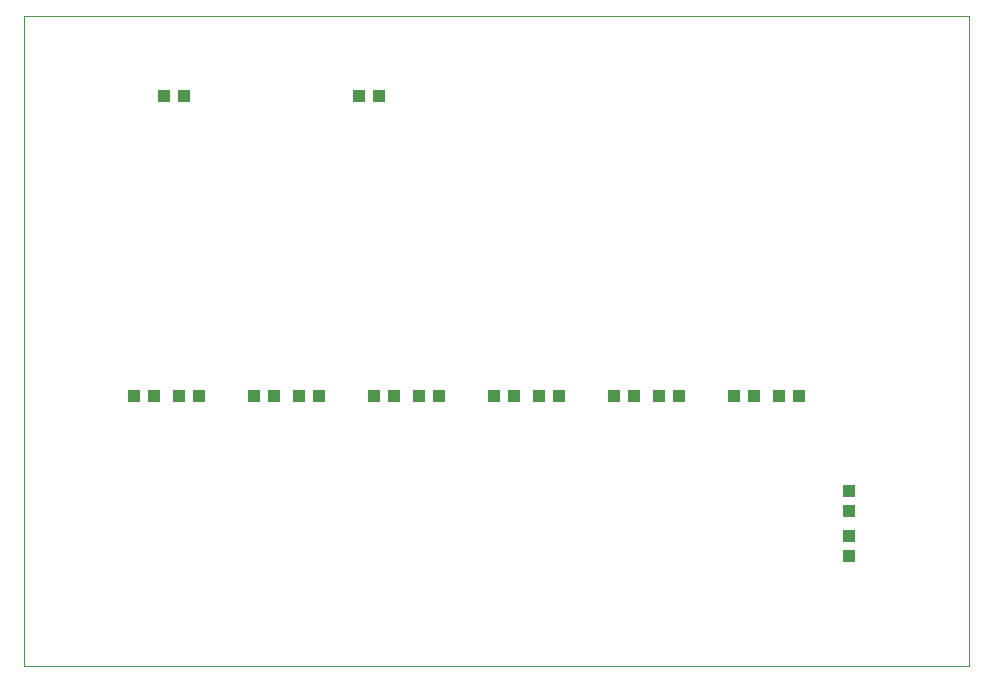
<source format=gtp>
G75*
G70*
%OFA0B0*%
%FSLAX24Y24*%
%IPPOS*%
%LPD*%
%AMOC8*
5,1,8,0,0,1.08239X$1,22.5*
%
%ADD10C,0.0000*%
%ADD11R,0.0394X0.0433*%
%ADD12R,0.0433X0.0394*%
D10*
X002180Y000680D02*
X002180Y022334D01*
X033676Y022334D01*
X033676Y000680D01*
X002180Y000680D01*
D11*
X005845Y009680D03*
X006515Y009680D03*
X007345Y009680D03*
X008015Y009680D03*
X009845Y009680D03*
X010515Y009680D03*
X011345Y009680D03*
X012015Y009680D03*
X013845Y009680D03*
X014515Y009680D03*
X015345Y009680D03*
X016015Y009680D03*
X017845Y009680D03*
X018515Y009680D03*
X019345Y009680D03*
X020015Y009680D03*
X021845Y009680D03*
X022515Y009680D03*
X023345Y009680D03*
X024015Y009680D03*
X025845Y009680D03*
X026515Y009680D03*
X027345Y009680D03*
X028015Y009680D03*
X014015Y019680D03*
X013345Y019680D03*
X007515Y019680D03*
X006845Y019680D03*
D12*
X029680Y006515D03*
X029680Y005845D03*
X029680Y005015D03*
X029680Y004345D03*
M02*

</source>
